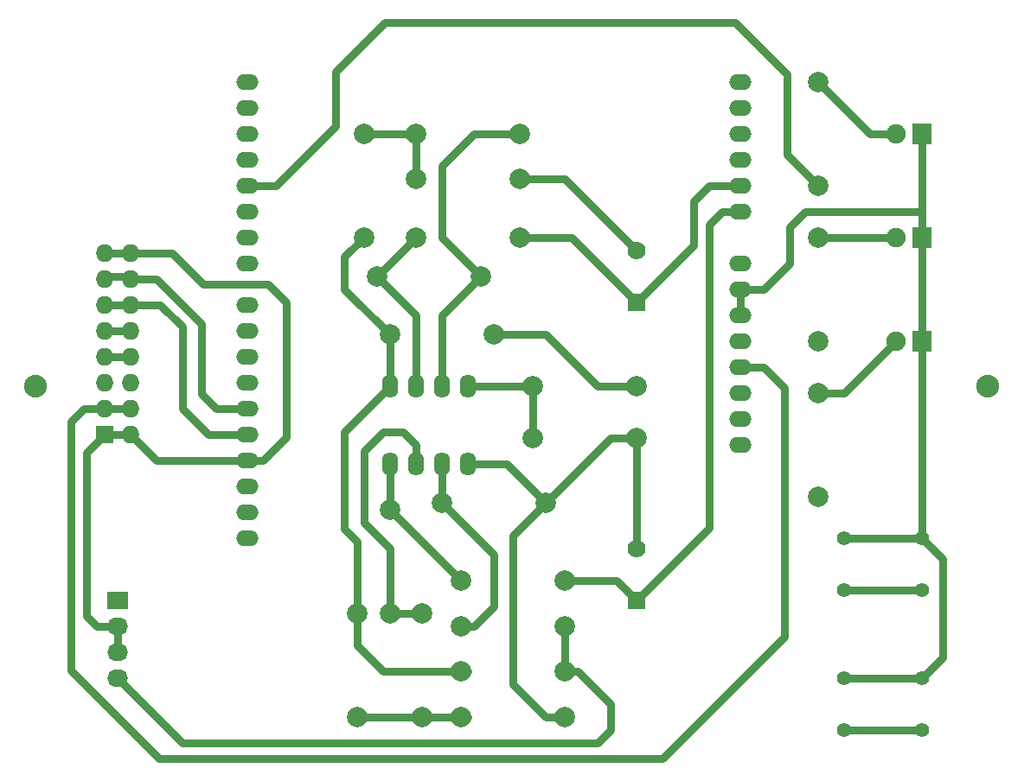
<source format=gbr>
G04 #@! TF.FileFunction,Copper,L2,Bot,Signal*
%FSLAX46Y46*%
G04 Gerber Fmt 4.6, Leading zero omitted, Abs format (unit mm)*
G04 Created by KiCad (PCBNEW 4.0.1-3.201512161002+6197~38~ubuntu14.04.1-stable) date Qui 28 Jan 2016 16:24:51 BRST*
%MOMM*%
G01*
G04 APERTURE LIST*
%ADD10C,0.100000*%
%ADD11R,1.778000X1.778000*%
%ADD12C,1.778000*%
%ADD13R,1.900000X2.000000*%
%ADD14C,1.900000*%
%ADD15O,2.199640X1.524000*%
%ADD16O,2.197100X1.524000*%
%ADD17R,2.032000X1.727200*%
%ADD18O,2.032000X1.727200*%
%ADD19O,1.600000X2.300000*%
%ADD20R,1.727200X1.727200*%
%ADD21O,1.727200X1.727200*%
%ADD22C,1.998980*%
%ADD23C,1.397000*%
%ADD24C,2.235200*%
%ADD25C,0.800000*%
G04 APERTURE END LIST*
D10*
D11*
X63881000Y21844000D03*
D12*
X63881000Y26924000D03*
D11*
X63881000Y51054000D03*
D12*
X63881000Y56134000D03*
D13*
X91821000Y47244000D03*
D14*
X89281000Y47244000D03*
D13*
X91821000Y57404000D03*
D14*
X89281000Y57404000D03*
D13*
X91821000Y67564000D03*
D14*
X89281000Y67564000D03*
D15*
X74041000Y37084000D03*
X74041000Y39624000D03*
X74041000Y42164000D03*
X74041000Y44704000D03*
X74041000Y47244000D03*
X74041000Y49784000D03*
X74041000Y52324000D03*
X74041000Y54864000D03*
X74041000Y59944000D03*
X74041000Y62484000D03*
X74041000Y65024000D03*
X74041000Y67564000D03*
X74041000Y70104000D03*
X74041000Y72644000D03*
D16*
X25781000Y72644000D03*
X25781000Y70104000D03*
X25781000Y67564000D03*
X25781000Y65024000D03*
X25781000Y62484000D03*
X25781000Y59944000D03*
X25781000Y57404000D03*
X25781000Y54864000D03*
X25781000Y50800000D03*
X25781000Y48260000D03*
X25781000Y45720000D03*
X25781000Y43180000D03*
X25781000Y40640000D03*
X25781000Y38100000D03*
X25781000Y35560000D03*
X25781000Y33022540D03*
X25781000Y30480000D03*
X25781000Y27940000D03*
D17*
X13081000Y21844000D03*
D18*
X13081000Y19304000D03*
X13081000Y16764000D03*
X13081000Y14224000D03*
D19*
X39751000Y35179000D03*
X42291000Y35179000D03*
X44831000Y35179000D03*
X47371000Y35179000D03*
X47371000Y42799000D03*
X44831000Y42799000D03*
X42291000Y42799000D03*
X39751000Y42799000D03*
D20*
X11811000Y38100000D03*
D21*
X14351000Y38100000D03*
X11811000Y40640000D03*
X14351000Y40640000D03*
X11811000Y43180000D03*
X14351000Y43180000D03*
X11811000Y45720000D03*
X14351000Y45720000D03*
X11811000Y48260000D03*
X14351000Y48260000D03*
X11811000Y50800000D03*
X14351000Y50800000D03*
X11811000Y53340000D03*
X14351000Y53340000D03*
X11811000Y55880000D03*
X14351000Y55880000D03*
D22*
X36576000Y20574000D03*
X36576000Y10414000D03*
X46736000Y10414000D03*
X56896000Y10414000D03*
X42926000Y20574000D03*
X42926000Y10414000D03*
X46736000Y19304000D03*
X56896000Y19304000D03*
X46736000Y14859000D03*
X56896000Y14859000D03*
X46736000Y23749000D03*
X56896000Y23749000D03*
X39751000Y30734000D03*
X39751000Y20574000D03*
X54991000Y31369000D03*
X44831000Y31369000D03*
X52451000Y67564000D03*
X42291000Y67564000D03*
X37211000Y57404000D03*
X37211000Y67564000D03*
X42291000Y63119000D03*
X52451000Y63119000D03*
X53721000Y37719000D03*
X63881000Y37719000D03*
X42291000Y57404000D03*
X52451000Y57404000D03*
X39751000Y47879000D03*
X49911000Y47879000D03*
X48641000Y53594000D03*
X38481000Y53594000D03*
X53721000Y42799000D03*
X63881000Y42799000D03*
X81661000Y42164000D03*
X81661000Y32004000D03*
X81661000Y57404000D03*
X81661000Y47244000D03*
X81661000Y72644000D03*
X81661000Y62484000D03*
D23*
X84201000Y9144000D03*
X84201000Y14224000D03*
X91821000Y9144000D03*
X91821000Y14224000D03*
X84201000Y22860000D03*
X84201000Y27940000D03*
X91821000Y22860000D03*
X91821000Y27940000D03*
D24*
X5080000Y42799000D03*
X98298000Y42799000D03*
D25*
X61976000Y23749000D02*
X63881000Y21844000D01*
X56896000Y23749000D02*
X61976000Y23749000D01*
X72263000Y59944000D02*
X70993000Y58674000D01*
X70993000Y58674000D02*
X70993000Y28956000D01*
X70993000Y28956000D02*
X63881000Y21844000D01*
X74041000Y59944000D02*
X72263000Y59944000D01*
X51181000Y35179000D02*
X54991000Y31369000D01*
X47371000Y35179000D02*
X51181000Y35179000D01*
X54991000Y10414000D02*
X51816000Y13589000D01*
X51816000Y13589000D02*
X51816000Y28194000D01*
X51816000Y28194000D02*
X54991000Y31369000D01*
X56896000Y10414000D02*
X54991000Y10414000D01*
X56896000Y63119000D02*
X63881000Y56134000D01*
X52451000Y63119000D02*
X56896000Y63119000D01*
X61341000Y37719000D02*
X63881000Y37719000D01*
X54991000Y31369000D02*
X61341000Y37719000D01*
X13081000Y19304000D02*
X13081000Y16764000D01*
X11811000Y55880000D02*
X14351000Y55880000D01*
X11811000Y38100000D02*
X14351000Y38100000D01*
X91821000Y47244000D02*
X91821000Y57404000D01*
X91821000Y59944000D02*
X91821000Y57404000D01*
X91821000Y67564000D02*
X91821000Y59944000D01*
X16891000Y35560000D02*
X14351000Y38100000D01*
X25781000Y35560000D02*
X16891000Y35560000D01*
X11049000Y19304000D02*
X10033000Y20320000D01*
X10033000Y20320000D02*
X10033000Y36322000D01*
X10033000Y36322000D02*
X11811000Y38100000D01*
X13081000Y19304000D02*
X11049000Y19304000D01*
X76327000Y52324000D02*
X78867000Y54864000D01*
X78867000Y54864000D02*
X78867000Y58420000D01*
X78867000Y58420000D02*
X80391000Y59944000D01*
X80391000Y59944000D02*
X91821000Y59944000D01*
X74041000Y52324000D02*
X76327000Y52324000D01*
X84201000Y27940000D02*
X91821000Y27940000D01*
X91821000Y14224000D02*
X84201000Y14224000D01*
X63881000Y26924000D02*
X63881000Y37719000D01*
X93853000Y25908000D02*
X93853000Y16256000D01*
X93853000Y16256000D02*
X91821000Y14224000D01*
X91821000Y27940000D02*
X93853000Y25908000D01*
X91821000Y27940000D02*
X91821000Y47244000D01*
X74041000Y52324000D02*
X74041000Y49784000D01*
X27305000Y35560000D02*
X29591000Y37846000D01*
X29591000Y37846000D02*
X29591000Y51054000D01*
X29591000Y51054000D02*
X27813000Y52832000D01*
X27813000Y52832000D02*
X21463000Y52832000D01*
X21463000Y52832000D02*
X18415000Y55880000D01*
X18415000Y55880000D02*
X14351000Y55880000D01*
X25781000Y35560000D02*
X27305000Y35560000D01*
X57531000Y57404000D02*
X63881000Y51054000D01*
X52451000Y57404000D02*
X57531000Y57404000D01*
X69469000Y56642000D02*
X69469000Y60960000D01*
X69469000Y60960000D02*
X70993000Y62484000D01*
X70993000Y62484000D02*
X74041000Y62484000D01*
X63881000Y51054000D02*
X69469000Y56642000D01*
X84201000Y42164000D02*
X89281000Y47244000D01*
X81661000Y42164000D02*
X84201000Y42164000D01*
X89281000Y57404000D02*
X81661000Y57404000D01*
X86741000Y67564000D02*
X81661000Y72644000D01*
X89281000Y67564000D02*
X86741000Y67564000D01*
X14351000Y40640000D02*
X11811000Y40640000D01*
X9779000Y40640000D02*
X8509000Y39370000D01*
X8509000Y39370000D02*
X8509000Y14986000D01*
X8509000Y14986000D02*
X17145000Y6350000D01*
X17145000Y6350000D02*
X66421000Y6350000D01*
X66421000Y6350000D02*
X78359000Y18288000D01*
X78359000Y18288000D02*
X78359000Y42672000D01*
X78359000Y42672000D02*
X76327000Y44704000D01*
X76327000Y44704000D02*
X74041000Y44704000D01*
X11811000Y40640000D02*
X9779000Y40640000D01*
X36576000Y17399000D02*
X36576000Y20574000D01*
X39116000Y14859000D02*
X36576000Y17399000D01*
X47371000Y14859000D02*
X39116000Y14859000D01*
X39751000Y42799000D02*
X39751000Y47879000D01*
X39751000Y47879000D02*
X39751000Y48514000D01*
X35306000Y52324000D02*
X35306000Y55499000D01*
X35306000Y55499000D02*
X37211000Y57404000D01*
X39751000Y47879000D02*
X35306000Y52324000D01*
X35306000Y38354000D02*
X39751000Y42799000D01*
X35306000Y28829000D02*
X35306000Y38354000D01*
X36576000Y27559000D02*
X35306000Y28829000D01*
X36576000Y20574000D02*
X36576000Y27559000D01*
X91821000Y22860000D02*
X84201000Y22860000D01*
X91821000Y9144000D02*
X84201000Y9144000D01*
X28575000Y62484000D02*
X34417000Y68326000D01*
X34417000Y68326000D02*
X34417000Y73660000D01*
X34417000Y73660000D02*
X39243000Y78486000D01*
X39243000Y78486000D02*
X73533000Y78486000D01*
X73533000Y78486000D02*
X78613000Y73406000D01*
X78613000Y73406000D02*
X78613000Y65532000D01*
X78613000Y65532000D02*
X81661000Y62484000D01*
X25781000Y62484000D02*
X28575000Y62484000D01*
X25527000Y45974000D02*
X25781000Y45720000D01*
X11811000Y45720000D02*
X14351000Y45720000D01*
X11811000Y48260000D02*
X14351000Y48260000D01*
X24765000Y40640000D02*
X25781000Y40640000D01*
X11811000Y53594000D02*
X14351000Y53594000D01*
X24257000Y40640000D02*
X25781000Y40640000D01*
X16891000Y53340000D02*
X21336000Y48895000D01*
X14351000Y53340000D02*
X16891000Y53340000D01*
X21336000Y43561000D02*
X21336000Y48895000D01*
X21336000Y42037000D02*
X22733000Y40640000D01*
X22733000Y40640000D02*
X24257000Y40640000D01*
X21336000Y43561000D02*
X21336000Y42037000D01*
X24765000Y38100000D02*
X25781000Y38100000D01*
X11811000Y50800000D02*
X14351000Y50800000D01*
X24003000Y38100000D02*
X25781000Y38100000D01*
X17268998Y50800000D02*
X19431000Y48637998D01*
X14351000Y50800000D02*
X17268998Y50800000D01*
X19431000Y42672000D02*
X19431000Y48637998D01*
X19431000Y42672000D02*
X19431000Y48637998D01*
X19431000Y40640000D02*
X21971000Y38100000D01*
X21971000Y38100000D02*
X24003000Y38100000D01*
X19431000Y42672000D02*
X19431000Y40640000D01*
X54991000Y47879000D02*
X60071000Y42799000D01*
X60071000Y42799000D02*
X63881000Y42799000D01*
X49911000Y47879000D02*
X54991000Y47879000D01*
X56896000Y14859000D02*
X56896000Y19304000D01*
X56896000Y19304000D02*
X56261000Y19304000D01*
X58166000Y14859000D02*
X61341000Y11684000D01*
X61341000Y11684000D02*
X61341000Y9144000D01*
X61341000Y9144000D02*
X60071000Y7874000D01*
X60071000Y7874000D02*
X19431000Y7874000D01*
X19431000Y7874000D02*
X13081000Y14224000D01*
X56896000Y14859000D02*
X58166000Y14859000D01*
X39751000Y30734000D02*
X39751000Y35179000D01*
X46736000Y23749000D02*
X39751000Y30734000D01*
X39751000Y20574000D02*
X42926000Y20574000D01*
X39751000Y26924000D02*
X37211000Y29464000D01*
X37211000Y29464000D02*
X37211000Y36449000D01*
X37211000Y36449000D02*
X39116000Y38354000D01*
X39116000Y38354000D02*
X41021000Y38354000D01*
X41021000Y38354000D02*
X42291000Y37084000D01*
X42291000Y37084000D02*
X42291000Y35179000D01*
X39751000Y20574000D02*
X39751000Y26924000D01*
X44831000Y31369000D02*
X44831000Y35179000D01*
X48006000Y19304000D02*
X49911000Y21209000D01*
X49911000Y21209000D02*
X49911000Y26289000D01*
X49911000Y26289000D02*
X44831000Y31369000D01*
X46736000Y19304000D02*
X48006000Y19304000D01*
X54356000Y42799000D02*
X53721000Y42799000D01*
X47371000Y42799000D02*
X54356000Y42799000D01*
X53721000Y42799000D02*
X53721000Y37719000D01*
X44831000Y49784000D02*
X48641000Y53594000D01*
X44831000Y42799000D02*
X44831000Y49784000D01*
X48006000Y67564000D02*
X44831000Y64389000D01*
X44831000Y64389000D02*
X44831000Y57404000D01*
X44831000Y57404000D02*
X48641000Y53594000D01*
X52451000Y67564000D02*
X48006000Y67564000D01*
X42291000Y49784000D02*
X38481000Y53594000D01*
X42291000Y42799000D02*
X42291000Y49784000D01*
X38481000Y53594000D02*
X42291000Y57404000D01*
X36576000Y10414000D02*
X42926000Y10414000D01*
X47371000Y10414000D02*
X42926000Y10414000D01*
X37211000Y67564000D02*
X42291000Y67564000D01*
X42291000Y63119000D02*
X42291000Y67564000D01*
M02*

</source>
